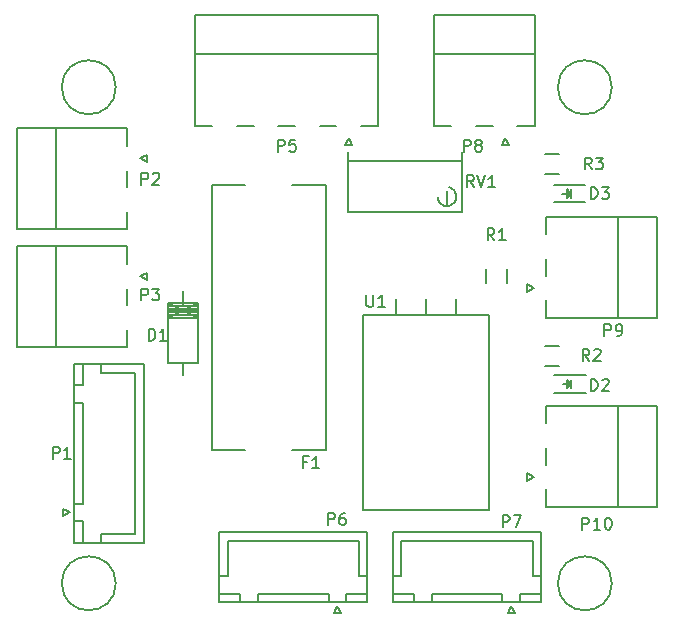
<source format=gbr>
G04 #@! TF.FileFunction,Legend,Top*
%FSLAX46Y46*%
G04 Gerber Fmt 4.6, Leading zero omitted, Abs format (unit mm)*
G04 Created by KiCad (PCBNEW 4.0.5) date Thu Feb 16 15:21:35 2017*
%MOMM*%
%LPD*%
G01*
G04 APERTURE LIST*
%ADD10C,0.100000*%
%ADD11C,0.150000*%
G04 APERTURE END LIST*
D10*
D11*
X127600000Y-97625000D02*
X127600000Y-91675000D01*
X127600000Y-91675000D02*
X115000000Y-91675000D01*
X115000000Y-91675000D02*
X115000000Y-97625000D01*
X115000000Y-97625000D02*
X127600000Y-97625000D01*
X124300000Y-97625000D02*
X124300000Y-96875000D01*
X124300000Y-96875000D02*
X118300000Y-96875000D01*
X118300000Y-96875000D02*
X118300000Y-97625000D01*
X118300000Y-97625000D02*
X124300000Y-97625000D01*
X127600000Y-97625000D02*
X127600000Y-96875000D01*
X127600000Y-96875000D02*
X125800000Y-96875000D01*
X125800000Y-96875000D02*
X125800000Y-97625000D01*
X125800000Y-97625000D02*
X127600000Y-97625000D01*
X116800000Y-97625000D02*
X116800000Y-96875000D01*
X116800000Y-96875000D02*
X115000000Y-96875000D01*
X115000000Y-96875000D02*
X115000000Y-97625000D01*
X115000000Y-97625000D02*
X116800000Y-97625000D01*
X127600000Y-95375000D02*
X126850000Y-95375000D01*
X126850000Y-95375000D02*
X126850000Y-92425000D01*
X126850000Y-92425000D02*
X121300000Y-92425000D01*
X115000000Y-95375000D02*
X115750000Y-95375000D01*
X115750000Y-95375000D02*
X115750000Y-92425000D01*
X115750000Y-92425000D02*
X121300000Y-92425000D01*
X125050000Y-97925000D02*
X125350000Y-98525000D01*
X125350000Y-98525000D02*
X124750000Y-98525000D01*
X124750000Y-98525000D02*
X125050000Y-97925000D01*
X135090000Y-73319000D02*
X135090000Y-71922000D01*
X132550000Y-73319000D02*
X132550000Y-71922000D01*
X130010000Y-73319000D02*
X130010000Y-71922000D01*
X127216000Y-81828000D02*
X127216000Y-89829000D01*
X127216000Y-89829000D02*
X137884000Y-89829000D01*
X137884000Y-89829000D02*
X137884000Y-81828000D01*
X127216000Y-73319000D02*
X127216000Y-81828000D01*
X137884000Y-81828000D02*
X137884000Y-73319000D01*
X132550000Y-73319000D02*
X137884000Y-73319000D01*
X132550000Y-73319000D02*
X127216000Y-73319000D01*
X124050000Y-62250000D02*
X121250000Y-62250000D01*
X117250000Y-62250000D02*
X114450000Y-62250000D01*
X117250000Y-84750000D02*
X114450000Y-84750000D01*
X114450000Y-84750000D02*
X114450000Y-62250000D01*
X124050000Y-84750000D02*
X124050000Y-62250000D01*
X124050000Y-84750000D02*
X121250000Y-84750000D01*
X142720000Y-89530000D02*
X152080000Y-89530000D01*
X152080000Y-89530000D02*
X152080000Y-80970000D01*
X152080000Y-80970000D02*
X142720000Y-80970000D01*
X142720000Y-89530000D02*
X142720000Y-88050000D01*
X142720000Y-80970000D02*
X142720000Y-82450000D01*
X142720000Y-85950000D02*
X142720000Y-84550000D01*
X148800000Y-89530000D02*
X148800000Y-80970000D01*
X141700000Y-87000000D02*
X141100000Y-86700000D01*
X141100000Y-86700000D02*
X141100000Y-87300000D01*
X141100000Y-87300000D02*
X141700000Y-87000000D01*
X142325000Y-97625000D02*
X142325000Y-91675000D01*
X142325000Y-91675000D02*
X129725000Y-91675000D01*
X129725000Y-91675000D02*
X129725000Y-97625000D01*
X129725000Y-97625000D02*
X142325000Y-97625000D01*
X139025000Y-97625000D02*
X139025000Y-96875000D01*
X139025000Y-96875000D02*
X133025000Y-96875000D01*
X133025000Y-96875000D02*
X133025000Y-97625000D01*
X133025000Y-97625000D02*
X139025000Y-97625000D01*
X142325000Y-97625000D02*
X142325000Y-96875000D01*
X142325000Y-96875000D02*
X140525000Y-96875000D01*
X140525000Y-96875000D02*
X140525000Y-97625000D01*
X140525000Y-97625000D02*
X142325000Y-97625000D01*
X131525000Y-97625000D02*
X131525000Y-96875000D01*
X131525000Y-96875000D02*
X129725000Y-96875000D01*
X129725000Y-96875000D02*
X129725000Y-97625000D01*
X129725000Y-97625000D02*
X131525000Y-97625000D01*
X142325000Y-95375000D02*
X141575000Y-95375000D01*
X141575000Y-95375000D02*
X141575000Y-92425000D01*
X141575000Y-92425000D02*
X136025000Y-92425000D01*
X129725000Y-95375000D02*
X130475000Y-95375000D01*
X130475000Y-95375000D02*
X130475000Y-92425000D01*
X130475000Y-92425000D02*
X136025000Y-92425000D01*
X139775000Y-97925000D02*
X140075000Y-98525000D01*
X140075000Y-98525000D02*
X139475000Y-98525000D01*
X139475000Y-98525000D02*
X139775000Y-97925000D01*
X102750000Y-92550000D02*
X108700000Y-92550000D01*
X108700000Y-92550000D02*
X108700000Y-77450000D01*
X108700000Y-77450000D02*
X102750000Y-77450000D01*
X102750000Y-77450000D02*
X102750000Y-92550000D01*
X102750000Y-89250000D02*
X103500000Y-89250000D01*
X103500000Y-89250000D02*
X103500000Y-80750000D01*
X103500000Y-80750000D02*
X102750000Y-80750000D01*
X102750000Y-80750000D02*
X102750000Y-89250000D01*
X102750000Y-92550000D02*
X103500000Y-92550000D01*
X103500000Y-92550000D02*
X103500000Y-90750000D01*
X103500000Y-90750000D02*
X102750000Y-90750000D01*
X102750000Y-90750000D02*
X102750000Y-92550000D01*
X102750000Y-79250000D02*
X103500000Y-79250000D01*
X103500000Y-79250000D02*
X103500000Y-77450000D01*
X103500000Y-77450000D02*
X102750000Y-77450000D01*
X102750000Y-77450000D02*
X102750000Y-79250000D01*
X105000000Y-92550000D02*
X105000000Y-91800000D01*
X105000000Y-91800000D02*
X107950000Y-91800000D01*
X107950000Y-91800000D02*
X107950000Y-85000000D01*
X105000000Y-77450000D02*
X105000000Y-78200000D01*
X105000000Y-78200000D02*
X107950000Y-78200000D01*
X107950000Y-78200000D02*
X107950000Y-85000000D01*
X102450000Y-90000000D02*
X101850000Y-90300000D01*
X101850000Y-90300000D02*
X101850000Y-89700000D01*
X101850000Y-89700000D02*
X102450000Y-90000000D01*
X112007620Y-77370000D02*
X112007620Y-78386000D01*
X112007620Y-72544000D02*
X112007620Y-71274000D01*
X113277620Y-72798000D02*
X110737620Y-72798000D01*
X113277620Y-73052000D02*
X110737620Y-73052000D01*
X113277620Y-73306000D02*
X110737620Y-73306000D01*
X113277620Y-72544000D02*
X110737620Y-72544000D01*
X113277620Y-73560000D02*
X110737620Y-72290000D01*
X113277620Y-72290000D02*
X110737620Y-73560000D01*
X113277620Y-73560000D02*
X110737620Y-73560000D01*
X113277620Y-72925000D02*
X110737620Y-72925000D01*
X110737620Y-72290000D02*
X113277620Y-72290000D01*
X113277620Y-72290000D02*
X113277620Y-77370000D01*
X113277620Y-77370000D02*
X110737620Y-77370000D01*
X110737620Y-77370000D02*
X110737620Y-72290000D01*
X146100000Y-78400000D02*
X143400000Y-78400000D01*
X146100000Y-79900000D02*
X143400000Y-79900000D01*
X144600000Y-79000000D02*
X144600000Y-79250000D01*
X144600000Y-79250000D02*
X144750000Y-79100000D01*
X144850000Y-79500000D02*
X144850000Y-78800000D01*
X144500000Y-79150000D02*
X144150000Y-79150000D01*
X144850000Y-79150000D02*
X144500000Y-79500000D01*
X144500000Y-79500000D02*
X144500000Y-78800000D01*
X144500000Y-78800000D02*
X144850000Y-79150000D01*
X146050980Y-62250000D02*
X143350980Y-62250000D01*
X146050980Y-63750000D02*
X143350980Y-63750000D01*
X144550980Y-62850000D02*
X144550980Y-63100000D01*
X144550980Y-63100000D02*
X144700980Y-62950000D01*
X144800980Y-63350000D02*
X144800980Y-62650000D01*
X144450980Y-63000000D02*
X144100980Y-63000000D01*
X144800980Y-63000000D02*
X144450980Y-63350000D01*
X144450980Y-63350000D02*
X144450980Y-62650000D01*
X144450980Y-62650000D02*
X144800980Y-63000000D01*
X143850000Y-77625000D02*
X142650000Y-77625000D01*
X142650000Y-75875000D02*
X143850000Y-75875000D01*
X143850000Y-61375000D02*
X142650000Y-61375000D01*
X142650000Y-59625000D02*
X143850000Y-59625000D01*
X134346000Y-64032000D02*
X134346000Y-62762000D01*
X133558600Y-63282700D02*
X133596700Y-63536700D01*
X133596700Y-63536700D02*
X133774500Y-63816100D01*
X133774500Y-63816100D02*
X134092000Y-64032000D01*
X134092000Y-64032000D02*
X134536500Y-64044700D01*
X134536500Y-64044700D02*
X134892100Y-63841500D01*
X134892100Y-63841500D02*
X135069900Y-63549400D01*
X135069900Y-63549400D02*
X135120700Y-63231900D01*
X135120700Y-63231900D02*
X135019100Y-62825500D01*
X135019100Y-62825500D02*
X134676200Y-62571500D01*
X134676200Y-62571500D02*
X134498400Y-62482600D01*
X125964000Y-60222000D02*
X135616000Y-60222000D01*
X135616000Y-63270000D02*
X135616000Y-64540000D01*
X135616000Y-64540000D02*
X125964000Y-64540000D01*
X125964000Y-64540000D02*
X125964000Y-59460000D01*
X135616000Y-59460000D02*
X135616000Y-62000000D01*
X135616000Y-62000000D02*
X135616000Y-63270000D01*
X139375000Y-69400000D02*
X139375000Y-70600000D01*
X137625000Y-70600000D02*
X137625000Y-69400000D01*
X107280000Y-57470000D02*
X97920000Y-57470000D01*
X97920000Y-57470000D02*
X97920000Y-66030000D01*
X97920000Y-66030000D02*
X107280000Y-66030000D01*
X107280000Y-57470000D02*
X107280000Y-58950000D01*
X107280000Y-66030000D02*
X107280000Y-64550000D01*
X107280000Y-61050000D02*
X107280000Y-62450000D01*
X101200000Y-57470000D02*
X101200000Y-66030000D01*
X108300000Y-60000000D02*
X108900000Y-60300000D01*
X108900000Y-60300000D02*
X108900000Y-59700000D01*
X108900000Y-59700000D02*
X108300000Y-60000000D01*
X107280000Y-67470000D02*
X97920000Y-67470000D01*
X97920000Y-67470000D02*
X97920000Y-76030000D01*
X97920000Y-76030000D02*
X107280000Y-76030000D01*
X107280000Y-67470000D02*
X107280000Y-68950000D01*
X107280000Y-76030000D02*
X107280000Y-74550000D01*
X107280000Y-71050000D02*
X107280000Y-72450000D01*
X101200000Y-67470000D02*
X101200000Y-76030000D01*
X108300000Y-70000000D02*
X108900000Y-70300000D01*
X108900000Y-70300000D02*
X108900000Y-69700000D01*
X108900000Y-69700000D02*
X108300000Y-70000000D01*
X128530000Y-57280000D02*
X128530000Y-47920000D01*
X128530000Y-47920000D02*
X112970000Y-47920000D01*
X112970000Y-47920000D02*
X112970000Y-57280000D01*
X128530000Y-57280000D02*
X127050000Y-57280000D01*
X112970000Y-57280000D02*
X114450000Y-57280000D01*
X124950000Y-57280000D02*
X123550000Y-57280000D01*
X121450000Y-57280000D02*
X120050000Y-57280000D01*
X117950000Y-57280000D02*
X116550000Y-57280000D01*
X128530000Y-51200000D02*
X112970000Y-51200000D01*
X126000000Y-58300000D02*
X125700000Y-58900000D01*
X125700000Y-58900000D02*
X126300000Y-58900000D01*
X126300000Y-58900000D02*
X126000000Y-58300000D01*
X141780000Y-57280000D02*
X141780000Y-47920000D01*
X141780000Y-47920000D02*
X133220000Y-47920000D01*
X133220000Y-47920000D02*
X133220000Y-57280000D01*
X141780000Y-57280000D02*
X140300000Y-57280000D01*
X133220000Y-57280000D02*
X134700000Y-57280000D01*
X138200000Y-57280000D02*
X136800000Y-57280000D01*
X141780000Y-51200000D02*
X133220000Y-51200000D01*
X139250000Y-58300000D02*
X138950000Y-58900000D01*
X138950000Y-58900000D02*
X139550000Y-58900000D01*
X139550000Y-58900000D02*
X139250000Y-58300000D01*
X142720000Y-73530000D02*
X152080000Y-73530000D01*
X152080000Y-73530000D02*
X152080000Y-64970000D01*
X152080000Y-64970000D02*
X142720000Y-64970000D01*
X142720000Y-73530000D02*
X142720000Y-72050000D01*
X142720000Y-64970000D02*
X142720000Y-66450000D01*
X142720000Y-69950000D02*
X142720000Y-68550000D01*
X148800000Y-73530000D02*
X148800000Y-64970000D01*
X141700000Y-71000000D02*
X141100000Y-70700000D01*
X141100000Y-70700000D02*
X141100000Y-71300000D01*
X141100000Y-71300000D02*
X141700000Y-71000000D01*
X106286000Y-96000000D02*
G75*
G03X106286000Y-96000000I-2286000J0D01*
G01*
X106286000Y-54000000D02*
G75*
G03X106286000Y-54000000I-2286000J0D01*
G01*
X148286000Y-96000000D02*
G75*
G03X148286000Y-96000000I-2286000J0D01*
G01*
X148286000Y-54000000D02*
G75*
G03X148286000Y-54000000I-2286000J0D01*
G01*
X124261905Y-91052381D02*
X124261905Y-90052381D01*
X124642858Y-90052381D01*
X124738096Y-90100000D01*
X124785715Y-90147619D01*
X124833334Y-90242857D01*
X124833334Y-90385714D01*
X124785715Y-90480952D01*
X124738096Y-90528571D01*
X124642858Y-90576190D01*
X124261905Y-90576190D01*
X125690477Y-90052381D02*
X125500000Y-90052381D01*
X125404762Y-90100000D01*
X125357143Y-90147619D01*
X125261905Y-90290476D01*
X125214286Y-90480952D01*
X125214286Y-90861905D01*
X125261905Y-90957143D01*
X125309524Y-91004762D01*
X125404762Y-91052381D01*
X125595239Y-91052381D01*
X125690477Y-91004762D01*
X125738096Y-90957143D01*
X125785715Y-90861905D01*
X125785715Y-90623810D01*
X125738096Y-90528571D01*
X125690477Y-90480952D01*
X125595239Y-90433333D01*
X125404762Y-90433333D01*
X125309524Y-90480952D01*
X125261905Y-90528571D01*
X125214286Y-90623810D01*
X127508095Y-71588381D02*
X127508095Y-72397905D01*
X127555714Y-72493143D01*
X127603333Y-72540762D01*
X127698571Y-72588381D01*
X127889048Y-72588381D01*
X127984286Y-72540762D01*
X128031905Y-72493143D01*
X128079524Y-72397905D01*
X128079524Y-71588381D01*
X129079524Y-72588381D02*
X128508095Y-72588381D01*
X128793809Y-72588381D02*
X128793809Y-71588381D01*
X128698571Y-71731238D01*
X128603333Y-71826476D01*
X128508095Y-71874095D01*
X122466667Y-85728571D02*
X122133333Y-85728571D01*
X122133333Y-86252381D02*
X122133333Y-85252381D01*
X122609524Y-85252381D01*
X123514286Y-86252381D02*
X122942857Y-86252381D01*
X123228571Y-86252381D02*
X123228571Y-85252381D01*
X123133333Y-85395238D01*
X123038095Y-85490476D01*
X122942857Y-85538095D01*
X145785714Y-91452381D02*
X145785714Y-90452381D01*
X146166667Y-90452381D01*
X146261905Y-90500000D01*
X146309524Y-90547619D01*
X146357143Y-90642857D01*
X146357143Y-90785714D01*
X146309524Y-90880952D01*
X146261905Y-90928571D01*
X146166667Y-90976190D01*
X145785714Y-90976190D01*
X147309524Y-91452381D02*
X146738095Y-91452381D01*
X147023809Y-91452381D02*
X147023809Y-90452381D01*
X146928571Y-90595238D01*
X146833333Y-90690476D01*
X146738095Y-90738095D01*
X147928571Y-90452381D02*
X148023810Y-90452381D01*
X148119048Y-90500000D01*
X148166667Y-90547619D01*
X148214286Y-90642857D01*
X148261905Y-90833333D01*
X148261905Y-91071429D01*
X148214286Y-91261905D01*
X148166667Y-91357143D01*
X148119048Y-91404762D01*
X148023810Y-91452381D01*
X147928571Y-91452381D01*
X147833333Y-91404762D01*
X147785714Y-91357143D01*
X147738095Y-91261905D01*
X147690476Y-91071429D01*
X147690476Y-90833333D01*
X147738095Y-90642857D01*
X147785714Y-90547619D01*
X147833333Y-90500000D01*
X147928571Y-90452381D01*
X139061905Y-91252381D02*
X139061905Y-90252381D01*
X139442858Y-90252381D01*
X139538096Y-90300000D01*
X139585715Y-90347619D01*
X139633334Y-90442857D01*
X139633334Y-90585714D01*
X139585715Y-90680952D01*
X139538096Y-90728571D01*
X139442858Y-90776190D01*
X139061905Y-90776190D01*
X139966667Y-90252381D02*
X140633334Y-90252381D01*
X140204762Y-91252381D01*
X100961905Y-85452381D02*
X100961905Y-84452381D01*
X101342858Y-84452381D01*
X101438096Y-84500000D01*
X101485715Y-84547619D01*
X101533334Y-84642857D01*
X101533334Y-84785714D01*
X101485715Y-84880952D01*
X101438096Y-84928571D01*
X101342858Y-84976190D01*
X100961905Y-84976190D01*
X102485715Y-85452381D02*
X101914286Y-85452381D01*
X102200000Y-85452381D02*
X102200000Y-84452381D01*
X102104762Y-84595238D01*
X102009524Y-84690476D01*
X101914286Y-84738095D01*
X109061905Y-75452381D02*
X109061905Y-74452381D01*
X109300000Y-74452381D01*
X109442858Y-74500000D01*
X109538096Y-74595238D01*
X109585715Y-74690476D01*
X109633334Y-74880952D01*
X109633334Y-75023810D01*
X109585715Y-75214286D01*
X109538096Y-75309524D01*
X109442858Y-75404762D01*
X109300000Y-75452381D01*
X109061905Y-75452381D01*
X110585715Y-75452381D02*
X110014286Y-75452381D01*
X110300000Y-75452381D02*
X110300000Y-74452381D01*
X110204762Y-74595238D01*
X110109524Y-74690476D01*
X110014286Y-74738095D01*
X146511905Y-79702381D02*
X146511905Y-78702381D01*
X146750000Y-78702381D01*
X146892858Y-78750000D01*
X146988096Y-78845238D01*
X147035715Y-78940476D01*
X147083334Y-79130952D01*
X147083334Y-79273810D01*
X147035715Y-79464286D01*
X146988096Y-79559524D01*
X146892858Y-79654762D01*
X146750000Y-79702381D01*
X146511905Y-79702381D01*
X147464286Y-78797619D02*
X147511905Y-78750000D01*
X147607143Y-78702381D01*
X147845239Y-78702381D01*
X147940477Y-78750000D01*
X147988096Y-78797619D01*
X148035715Y-78892857D01*
X148035715Y-78988095D01*
X147988096Y-79130952D01*
X147416667Y-79702381D01*
X148035715Y-79702381D01*
X146511905Y-63452381D02*
X146511905Y-62452381D01*
X146750000Y-62452381D01*
X146892858Y-62500000D01*
X146988096Y-62595238D01*
X147035715Y-62690476D01*
X147083334Y-62880952D01*
X147083334Y-63023810D01*
X147035715Y-63214286D01*
X146988096Y-63309524D01*
X146892858Y-63404762D01*
X146750000Y-63452381D01*
X146511905Y-63452381D01*
X147416667Y-62452381D02*
X148035715Y-62452381D01*
X147702381Y-62833333D01*
X147845239Y-62833333D01*
X147940477Y-62880952D01*
X147988096Y-62928571D01*
X148035715Y-63023810D01*
X148035715Y-63261905D01*
X147988096Y-63357143D01*
X147940477Y-63404762D01*
X147845239Y-63452381D01*
X147559524Y-63452381D01*
X147464286Y-63404762D01*
X147416667Y-63357143D01*
X146391334Y-77160381D02*
X146058000Y-76684190D01*
X145819905Y-77160381D02*
X145819905Y-76160381D01*
X146200858Y-76160381D01*
X146296096Y-76208000D01*
X146343715Y-76255619D01*
X146391334Y-76350857D01*
X146391334Y-76493714D01*
X146343715Y-76588952D01*
X146296096Y-76636571D01*
X146200858Y-76684190D01*
X145819905Y-76684190D01*
X146772286Y-76255619D02*
X146819905Y-76208000D01*
X146915143Y-76160381D01*
X147153239Y-76160381D01*
X147248477Y-76208000D01*
X147296096Y-76255619D01*
X147343715Y-76350857D01*
X147343715Y-76446095D01*
X147296096Y-76588952D01*
X146724667Y-77160381D01*
X147343715Y-77160381D01*
X146583334Y-60952381D02*
X146250000Y-60476190D01*
X146011905Y-60952381D02*
X146011905Y-59952381D01*
X146392858Y-59952381D01*
X146488096Y-60000000D01*
X146535715Y-60047619D01*
X146583334Y-60142857D01*
X146583334Y-60285714D01*
X146535715Y-60380952D01*
X146488096Y-60428571D01*
X146392858Y-60476190D01*
X146011905Y-60476190D01*
X146916667Y-59952381D02*
X147535715Y-59952381D01*
X147202381Y-60333333D01*
X147345239Y-60333333D01*
X147440477Y-60380952D01*
X147488096Y-60428571D01*
X147535715Y-60523810D01*
X147535715Y-60761905D01*
X147488096Y-60857143D01*
X147440477Y-60904762D01*
X147345239Y-60952381D01*
X147059524Y-60952381D01*
X146964286Y-60904762D01*
X146916667Y-60857143D01*
X136604762Y-62452381D02*
X136271428Y-61976190D01*
X136033333Y-62452381D02*
X136033333Y-61452381D01*
X136414286Y-61452381D01*
X136509524Y-61500000D01*
X136557143Y-61547619D01*
X136604762Y-61642857D01*
X136604762Y-61785714D01*
X136557143Y-61880952D01*
X136509524Y-61928571D01*
X136414286Y-61976190D01*
X136033333Y-61976190D01*
X136890476Y-61452381D02*
X137223809Y-62452381D01*
X137557143Y-61452381D01*
X138414286Y-62452381D02*
X137842857Y-62452381D01*
X138128571Y-62452381D02*
X138128571Y-61452381D01*
X138033333Y-61595238D01*
X137938095Y-61690476D01*
X137842857Y-61738095D01*
X138333334Y-66952381D02*
X138000000Y-66476190D01*
X137761905Y-66952381D02*
X137761905Y-65952381D01*
X138142858Y-65952381D01*
X138238096Y-66000000D01*
X138285715Y-66047619D01*
X138333334Y-66142857D01*
X138333334Y-66285714D01*
X138285715Y-66380952D01*
X138238096Y-66428571D01*
X138142858Y-66476190D01*
X137761905Y-66476190D01*
X139285715Y-66952381D02*
X138714286Y-66952381D01*
X139000000Y-66952381D02*
X139000000Y-65952381D01*
X138904762Y-66095238D01*
X138809524Y-66190476D01*
X138714286Y-66238095D01*
X108461905Y-62252381D02*
X108461905Y-61252381D01*
X108842858Y-61252381D01*
X108938096Y-61300000D01*
X108985715Y-61347619D01*
X109033334Y-61442857D01*
X109033334Y-61585714D01*
X108985715Y-61680952D01*
X108938096Y-61728571D01*
X108842858Y-61776190D01*
X108461905Y-61776190D01*
X109414286Y-61347619D02*
X109461905Y-61300000D01*
X109557143Y-61252381D01*
X109795239Y-61252381D01*
X109890477Y-61300000D01*
X109938096Y-61347619D01*
X109985715Y-61442857D01*
X109985715Y-61538095D01*
X109938096Y-61680952D01*
X109366667Y-62252381D01*
X109985715Y-62252381D01*
X108461905Y-72052381D02*
X108461905Y-71052381D01*
X108842858Y-71052381D01*
X108938096Y-71100000D01*
X108985715Y-71147619D01*
X109033334Y-71242857D01*
X109033334Y-71385714D01*
X108985715Y-71480952D01*
X108938096Y-71528571D01*
X108842858Y-71576190D01*
X108461905Y-71576190D01*
X109366667Y-71052381D02*
X109985715Y-71052381D01*
X109652381Y-71433333D01*
X109795239Y-71433333D01*
X109890477Y-71480952D01*
X109938096Y-71528571D01*
X109985715Y-71623810D01*
X109985715Y-71861905D01*
X109938096Y-71957143D01*
X109890477Y-72004762D01*
X109795239Y-72052381D01*
X109509524Y-72052381D01*
X109414286Y-72004762D01*
X109366667Y-71957143D01*
X120011905Y-59452381D02*
X120011905Y-58452381D01*
X120392858Y-58452381D01*
X120488096Y-58500000D01*
X120535715Y-58547619D01*
X120583334Y-58642857D01*
X120583334Y-58785714D01*
X120535715Y-58880952D01*
X120488096Y-58928571D01*
X120392858Y-58976190D01*
X120011905Y-58976190D01*
X121488096Y-58452381D02*
X121011905Y-58452381D01*
X120964286Y-58928571D01*
X121011905Y-58880952D01*
X121107143Y-58833333D01*
X121345239Y-58833333D01*
X121440477Y-58880952D01*
X121488096Y-58928571D01*
X121535715Y-59023810D01*
X121535715Y-59261905D01*
X121488096Y-59357143D01*
X121440477Y-59404762D01*
X121345239Y-59452381D01*
X121107143Y-59452381D01*
X121011905Y-59404762D01*
X120964286Y-59357143D01*
X135761905Y-59452381D02*
X135761905Y-58452381D01*
X136142858Y-58452381D01*
X136238096Y-58500000D01*
X136285715Y-58547619D01*
X136333334Y-58642857D01*
X136333334Y-58785714D01*
X136285715Y-58880952D01*
X136238096Y-58928571D01*
X136142858Y-58976190D01*
X135761905Y-58976190D01*
X136904762Y-58880952D02*
X136809524Y-58833333D01*
X136761905Y-58785714D01*
X136714286Y-58690476D01*
X136714286Y-58642857D01*
X136761905Y-58547619D01*
X136809524Y-58500000D01*
X136904762Y-58452381D01*
X137095239Y-58452381D01*
X137190477Y-58500000D01*
X137238096Y-58547619D01*
X137285715Y-58642857D01*
X137285715Y-58690476D01*
X137238096Y-58785714D01*
X137190477Y-58833333D01*
X137095239Y-58880952D01*
X136904762Y-58880952D01*
X136809524Y-58928571D01*
X136761905Y-58976190D01*
X136714286Y-59071429D01*
X136714286Y-59261905D01*
X136761905Y-59357143D01*
X136809524Y-59404762D01*
X136904762Y-59452381D01*
X137095239Y-59452381D01*
X137190477Y-59404762D01*
X137238096Y-59357143D01*
X137285715Y-59261905D01*
X137285715Y-59071429D01*
X137238096Y-58976190D01*
X137190477Y-58928571D01*
X137095239Y-58880952D01*
X147661905Y-75052381D02*
X147661905Y-74052381D01*
X148042858Y-74052381D01*
X148138096Y-74100000D01*
X148185715Y-74147619D01*
X148233334Y-74242857D01*
X148233334Y-74385714D01*
X148185715Y-74480952D01*
X148138096Y-74528571D01*
X148042858Y-74576190D01*
X147661905Y-74576190D01*
X148709524Y-75052381D02*
X148900000Y-75052381D01*
X148995239Y-75004762D01*
X149042858Y-74957143D01*
X149138096Y-74814286D01*
X149185715Y-74623810D01*
X149185715Y-74242857D01*
X149138096Y-74147619D01*
X149090477Y-74100000D01*
X148995239Y-74052381D01*
X148804762Y-74052381D01*
X148709524Y-74100000D01*
X148661905Y-74147619D01*
X148614286Y-74242857D01*
X148614286Y-74480952D01*
X148661905Y-74576190D01*
X148709524Y-74623810D01*
X148804762Y-74671429D01*
X148995239Y-74671429D01*
X149090477Y-74623810D01*
X149138096Y-74576190D01*
X149185715Y-74480952D01*
M02*

</source>
